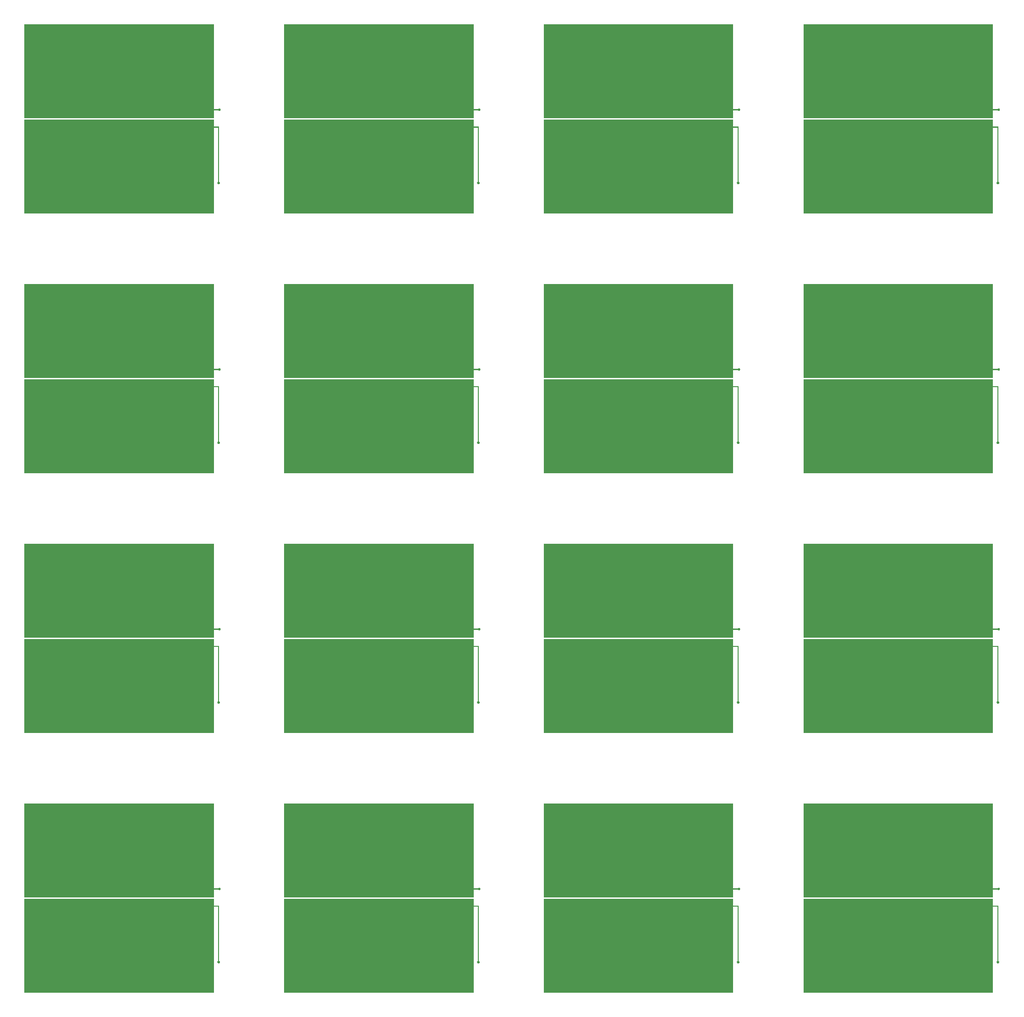
<source format=gbr>
G04 =======================================* 
G04 File Format: RS-274X * 
G04 Date:        April 20 2025 * 
G04 Time:        17:00:22 * 
G04 =======================================* 
G04 Format description *** 
G04 Code:          ASCII * 
G04 Unit:          Millimeter * 
G04 Coordinates:   Absolut * 
G04 Digits:        3.3-format * 
G04 Zeros skipped: Leading zeros omitted * 
G04 =======================================* 
%FSLAX33Y33*%
%MOMM*%
G90*
G71*
%LPD*%
G36*
G75*
G01X-77771Y10391D02*
G03X-77771Y10591I229J100D01*
G01X-77771Y10591D01*
G01X-78571Y10591D01*
G01X-78571Y26291D01*
G01X-113571Y26291D01*
G01X-113571Y8891D01*
G01X-78571Y8891D01*
G01X-78571Y10391D01*
G37*
%LPD*%
G36*
G75*
G01X18228Y10391D02*
G03X18228Y10591I229J100D01*
G01X18228Y10591D01*
G01X17428Y10591D01*
G01X17428Y26291D01*
G01X-17571Y26291D01*
G01X-17571Y8891D01*
G01X17428Y8891D01*
G01X17428Y10391D01*
G37*
%LPD*%
G36*
G75*
G01X-29771Y10391D02*
G03X-29771Y10591I229J100D01*
G01X-29771Y10591D01*
G01X-30571Y10591D01*
G01X-30571Y26291D01*
G01X-65571Y26291D01*
G01X-65571Y8891D01*
G01X-30571Y8891D01*
G01X-30571Y10391D01*
G37*
%LPD*%
G36*
G75*
G01X18228Y58391D02*
G03X18228Y58591I229J100D01*
G01X18228Y58591D01*
G01X17428Y58591D01*
G01X17428Y74291D01*
G01X-17571Y74291D01*
G01X-17571Y56891D01*
G01X17428Y56891D01*
G01X17428Y58391D01*
G37*
%LPD*%
G36*
G75*
G01X-29771Y58391D02*
G03X-29771Y58591I229J100D01*
G01X-29771Y58591D01*
G01X-30571Y58591D01*
G01X-30571Y74291D01*
G01X-65571Y74291D01*
G01X-65571Y56891D01*
G01X-30571Y56891D01*
G01X-30571Y58391D01*
G37*
%LPD*%
G36*
G75*
G01X-77771Y58391D02*
G03X-77771Y58591I229J100D01*
G01X-77771Y58591D01*
G01X-78571Y58591D01*
G01X-78571Y74291D01*
G01X-113571Y74291D01*
G01X-113571Y56891D01*
G01X-78571Y56891D01*
G01X-78571Y58391D01*
G37*
%LPD*%
G36*
G75*
G01X-125771Y58391D02*
G03X-125771Y58591I229J100D01*
G01X-125771Y58591D01*
G01X-126571Y58591D01*
G01X-126571Y74291D01*
G01X-161571Y74291D01*
G01X-161571Y56891D01*
G01X-126571Y56891D01*
G01X-126571Y58391D01*
G37*
%LPD*%
G36*
G75*
G01X18228Y106391D02*
G03X18228Y106591I229J100D01*
G01X18228Y106591D01*
G01X17428Y106591D01*
G01X17428Y122291D01*
G01X-17571Y122291D01*
G01X-17571Y104891D01*
G01X17428Y104891D01*
G01X17428Y106391D01*
G37*
%LPD*%
G36*
G75*
G01X-29771Y106391D02*
G03X-29771Y106591I229J100D01*
G01X-29771Y106591D01*
G01X-30571Y106591D01*
G01X-30571Y122291D01*
G01X-65571Y122291D01*
G01X-65571Y104891D01*
G01X-30571Y104891D01*
G01X-30571Y106391D01*
G37*
%LPD*%
G36*
G75*
G01X-77771Y106391D02*
G03X-77771Y106591I229J100D01*
G01X-77771Y106591D01*
G01X-78571Y106591D01*
G01X-78571Y122291D01*
G01X-113571Y122291D01*
G01X-113571Y104891D01*
G01X-78571Y104891D01*
G01X-78571Y106391D01*
G37*
%LPD*%
G36*
G75*
G01X-125771Y106391D02*
G03X-125771Y106591I229J100D01*
G01X-125771Y106591D01*
G01X-126571Y106591D01*
G01X-126571Y122291D01*
G01X-161571Y122291D01*
G01X-161571Y104891D01*
G01X-126571Y104891D01*
G01X-126571Y106391D01*
G37*
%LPD*%
G36*
G75*
G01X18228Y154391D02*
G03X18228Y154591I229J100D01*
G01X18228Y154591D01*
G01X17428Y154591D01*
G01X17428Y170291D01*
G01X-17571Y170291D01*
G01X-17571Y152891D01*
G01X17428Y152891D01*
G01X17428Y154391D01*
G37*
%LPD*%
G36*
G75*
G01X-29771Y154391D02*
G03X-29771Y154591I229J100D01*
G01X-29771Y154591D01*
G01X-30571Y154591D01*
G01X-30571Y170291D01*
G01X-65571Y170291D01*
G01X-65571Y152891D01*
G01X-30571Y152891D01*
G01X-30571Y154391D01*
G37*
%LPD*%
G36*
G75*
G01X-77771Y154391D02*
G03X-77771Y154591I229J100D01*
G01X-77771Y154591D01*
G01X-78571Y154591D01*
G01X-78571Y170291D01*
G01X-113571Y170291D01*
G01X-113571Y152891D01*
G01X-78571Y152891D01*
G01X-78571Y154391D01*
G37*
%LPD*%
G36*
G75*
G01X-125771Y154391D02*
G03X-125771Y154591I229J100D01*
G01X-125771Y154591D01*
G01X-126571Y154591D01*
G01X-126571Y170291D01*
G01X-161571Y170291D01*
G01X-161571Y152891D01*
G01X-126571Y152891D01*
G01X-126571Y154391D01*
G37*
%LPD*%
G36*
G75*
G01X-125771Y10391D02*
G03X-125771Y10591I229J100D01*
G01X-125771Y10591D01*
G01X-126571Y10591D01*
G01X-126571Y26291D01*
G01X-161571Y26291D01*
G01X-161571Y8891D01*
G01X-126571Y8891D01*
G01X-126571Y10391D01*
G37*
%LPD*%
G36*
G75*
G01X18228Y141191D02*
G03X18428Y141191I100J-229D01*
G01X18428Y141191D01*
G01X18428Y151391D01*
G01X17428Y151391D01*
G01X17428Y152691D01*
G01X-17571Y152691D01*
G01X-17571Y135291D01*
G01X17428Y135291D01*
G01X17428Y151191D01*
G01X18228Y151191D01*
G37*
%LPD*%
G36*
G75*
G01X-77771Y-2808D02*
G03X-77571Y-2808I100J-229D01*
G01X-77571Y-2808D01*
G01X-77571Y7391D01*
G01X-78571Y7391D01*
G01X-78571Y8691D01*
G01X-113571Y8691D01*
G01X-113571Y-8708D01*
G01X-78571Y-8708D01*
G01X-78571Y7191D01*
G01X-77771Y7191D01*
G37*
%LPD*%
G36*
G75*
G01X-29771Y-2808D02*
G03X-29571Y-2808I100J-229D01*
G01X-29571Y-2808D01*
G01X-29571Y7391D01*
G01X-30571Y7391D01*
G01X-30571Y8691D01*
G01X-65571Y8691D01*
G01X-65571Y-8708D01*
G01X-30571Y-8708D01*
G01X-30571Y7191D01*
G01X-29771Y7191D01*
G37*
%LPD*%
G36*
G75*
G01X-125771Y141191D02*
G03X-125571Y141191I100J-229D01*
G01X-125571Y141191D01*
G01X-125571Y151391D01*
G01X-126571Y151391D01*
G01X-126571Y152691D01*
G01X-161571Y152691D01*
G01X-161571Y135291D01*
G01X-126571Y135291D01*
G01X-126571Y151191D01*
G01X-125771Y151191D01*
G37*
%LPD*%
G36*
G75*
G01X-77771Y141191D02*
G03X-77571Y141191I100J-229D01*
G01X-77571Y141191D01*
G01X-77571Y151391D01*
G01X-78571Y151391D01*
G01X-78571Y152691D01*
G01X-113571Y152691D01*
G01X-113571Y135291D01*
G01X-78571Y135291D01*
G01X-78571Y151191D01*
G01X-77771Y151191D01*
G37*
%LPD*%
G36*
G75*
G01X-29771Y141191D02*
G03X-29571Y141191I100J-229D01*
G01X-29571Y141191D01*
G01X-29571Y151391D01*
G01X-30571Y151391D01*
G01X-30571Y152691D01*
G01X-65571Y152691D01*
G01X-65571Y135291D01*
G01X-30571Y135291D01*
G01X-30571Y151191D01*
G01X-29771Y151191D01*
G37*
%LPD*%
G36*
G75*
G01X18228Y-2808D02*
G03X18428Y-2808I100J-229D01*
G01X18428Y-2808D01*
G01X18428Y7391D01*
G01X17428Y7391D01*
G01X17428Y8691D01*
G01X-17571Y8691D01*
G01X-17571Y-8708D01*
G01X17428Y-8708D01*
G01X17428Y7191D01*
G01X18228Y7191D01*
G37*
%LPD*%
G36*
G75*
G01X-29771Y93191D02*
G03X-29571Y93191I100J-229D01*
G01X-29571Y93191D01*
G01X-29571Y103391D01*
G01X-30571Y103391D01*
G01X-30571Y104691D01*
G01X-65571Y104691D01*
G01X-65571Y87291D01*
G01X-30571Y87291D01*
G01X-30571Y103191D01*
G01X-29771Y103191D01*
G37*
%LPD*%
G36*
G75*
G01X-77771Y93191D02*
G03X-77571Y93191I100J-229D01*
G01X-77571Y93191D01*
G01X-77571Y103391D01*
G01X-78571Y103391D01*
G01X-78571Y104691D01*
G01X-113571Y104691D01*
G01X-113571Y87291D01*
G01X-78571Y87291D01*
G01X-78571Y103191D01*
G01X-77771Y103191D01*
G37*
%LPD*%
G36*
G75*
G01X-125771Y93191D02*
G03X-125571Y93191I100J-229D01*
G01X-125571Y93191D01*
G01X-125571Y103391D01*
G01X-126571Y103391D01*
G01X-126571Y104691D01*
G01X-161571Y104691D01*
G01X-161571Y87291D01*
G01X-126571Y87291D01*
G01X-126571Y103191D01*
G01X-125771Y103191D01*
G37*
%LPD*%
G36*
G75*
G01X-125771Y45191D02*
G03X-125571Y45191I100J-229D01*
G01X-125571Y45191D01*
G01X-125571Y55391D01*
G01X-126571Y55391D01*
G01X-126571Y56691D01*
G01X-161571Y56691D01*
G01X-161571Y39291D01*
G01X-126571Y39291D01*
G01X-126571Y55191D01*
G01X-125771Y55191D01*
G37*
%LPD*%
G36*
G75*
G01X-77771Y45191D02*
G03X-77571Y45191I100J-229D01*
G01X-77571Y45191D01*
G01X-77571Y55391D01*
G01X-78571Y55391D01*
G01X-78571Y56691D01*
G01X-113571Y56691D01*
G01X-113571Y39291D01*
G01X-78571Y39291D01*
G01X-78571Y55191D01*
G01X-77771Y55191D01*
G37*
%LPD*%
G36*
G75*
G01X-29771Y45191D02*
G03X-29571Y45191I100J-229D01*
G01X-29571Y45191D01*
G01X-29571Y55391D01*
G01X-30571Y55391D01*
G01X-30571Y56691D01*
G01X-65571Y56691D01*
G01X-65571Y39291D01*
G01X-30571Y39291D01*
G01X-30571Y55191D01*
G01X-29771Y55191D01*
G37*
%LPD*%
G36*
G75*
G01X-125771Y-2808D02*
G03X-125571Y-2808I100J-229D01*
G01X-125571Y-2808D01*
G01X-125571Y7391D01*
G01X-126571Y7391D01*
G01X-126571Y8691D01*
G01X-161571Y8691D01*
G01X-161571Y-8708D01*
G01X-126571Y-8708D01*
G01X-126571Y7191D01*
G01X-125771Y7191D01*
G37*
%LPD*%
G36*
G75*
G01X18228Y93191D02*
G03X18428Y93191I100J-229D01*
G01X18428Y93191D01*
G01X18428Y103391D01*
G01X17428Y103391D01*
G01X17428Y104691D01*
G01X-17571Y104691D01*
G01X-17571Y87291D01*
G01X17428Y87291D01*
G01X17428Y103191D01*
G01X18228Y103191D01*
G37*
%LPD*%
G36*
G75*
G01X18228Y45191D02*
G03X18428Y45191I100J-229D01*
G01X18428Y45191D01*
G01X18428Y55391D01*
G01X17428Y55391D01*
G01X17428Y56691D01*
G01X-17571Y56691D01*
G01X-17571Y39291D01*
G01X17428Y39291D01*
G01X17428Y55191D01*
G01X18228Y55191D01*
G37*
M02* 
G04 End Of Gerber File* 

</source>
